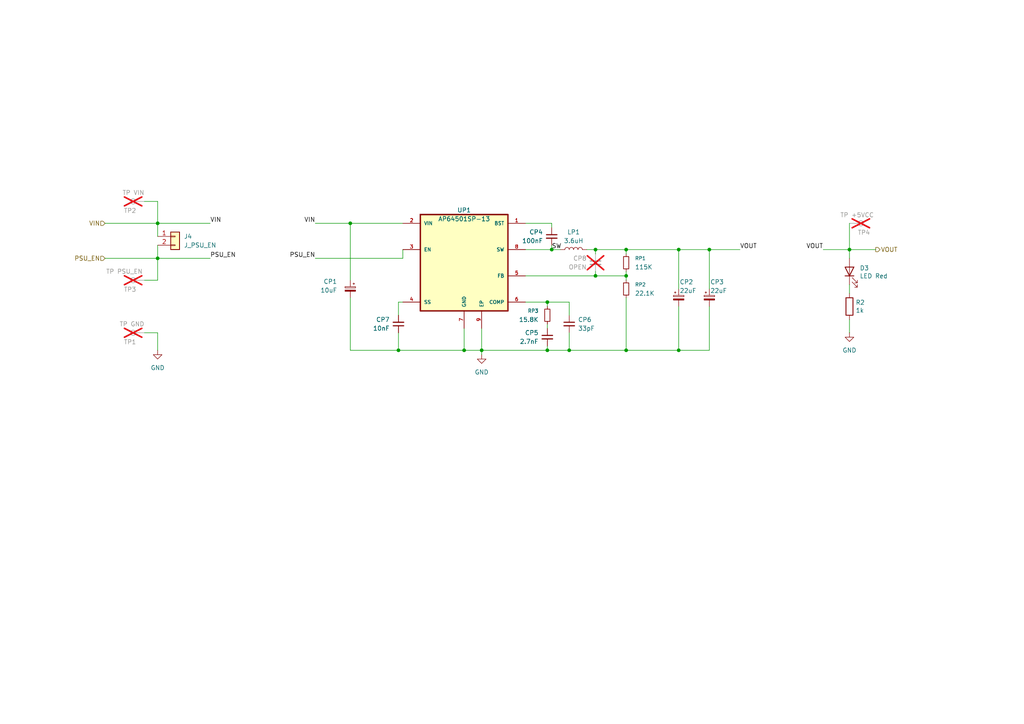
<source format=kicad_sch>
(kicad_sch (version 20250114) (generator "eeschema") (generator_version "9.0")
  (paper "A4")
  (lib_symbols
    (symbol "CM5IO:AP64501SP-13" (pin_names (offset 1.016))
      (property "Reference" "U" (at -12.192 14.732 0))
      (property "Value" "AP64501SP-13" (at -6.858 14.986 0))
      (symbol "AP64501SP-13_0_0"
        (rectangle (start -12.7 13.97) (end 12.7 -13.97) (stroke (width 0.41)) (fill (type background)))
        (pin input line (at -17.78 11.43 0) (length 5.08) (name "VIN") (number "2"))
        (pin bidirectional line (at -17.78 3.81 0) (length 5.08) (name "EN") (number "3"))
        (pin bidirectional line (at -17.78 -11.43 0) (length 5.08) (name "SS") (number "4"))
        (pin power_in line (at 0 -19.05 90) (length 5.08) (name "GND") (number "7"))
        (pin bidirectional line (at 5.08 -19.05 90) (length 5.08) (name "EP") (number "9"))
        (pin bidirectional line (at 17.78 11.43 180) (length 5.08) (name "BST") (number "1"))
        (pin bidirectional line (at 17.78 3.81 180) (length 5.08) (name "SW") (number "8"))
        (pin bidirectional line (at 17.78 -3.81 180) (length 5.08) (name "FB") (number "5"))
        (pin bidirectional line (at 17.78 -11.43 180) (length 5.08) (name "COMP") (number "6"))
      )
    )
    (symbol "Connector:TestPoint" (pin_numbers (hide yes)) (pin_names (offset 0.762) (hide yes))
      (property "Reference" "TP" (at 0 6.858 0))
      (property "Value" "TestPoint" (at 0 5.08 0))
      (symbol "TestPoint_0_1"
        (circle (center 0 3.302) (radius 0.762))
      )
      (symbol "TestPoint_1_1"
        (pin passive line (at 0 0 90) (length 2.54) (name "1") (number "1"))
      )
    )
    (symbol "Connector_Generic:Conn_01x02" (pin_names (offset 1.016) (hide yes))
      (property "Reference" "J" (at 0 2.54 0))
      (property "Value" "Conn_01x02" (at 0 -5.08 0))
      (symbol "Conn_01x02_1_1"
        (rectangle (start -1.27 1.27) (end 1.27 -3.81) (stroke (width 0.254)) (fill (type background)))
        (rectangle (start -1.27 0.127) (end 0 -0.127) (stroke (width 0.1524)))
        (rectangle (start -1.27 -2.413) (end 0 -2.667) (stroke (width 0.1524)))
        (pin passive line (at -5.08 0 0) (length 3.81) (name "Pin_1") (number "1"))
        (pin passive line (at -5.08 -2.54 0) (length 3.81) (name "Pin_2") (number "2"))
      )
    )
    (symbol "Device:C_Polarized_Small" (pin_numbers (hide yes)) (pin_names (offset 0.254) (hide yes))
      (property "Reference" "C" (at 0.254 1.778 0))
      (property "Value" "C_Polarized_Small" (at 0.254 -2.032 0))
      (symbol "C_Polarized_Small_0_1"
        (rectangle (start -1.524 0.6858) (end 1.524 0.3048))
        (rectangle (start -1.524 -0.3048) (end 1.524 -0.6858) (fill (type outline)))
        (polyline (pts (xy -1.27 1.524) (xy -0.762 1.524)))
        (polyline (pts (xy -1.016 1.27) (xy -1.016 1.778)))
      )
      (symbol "C_Polarized_Small_1_1"
        (pin passive line (at 0 2.54 270) (length 1.8542) (name "~") (number "1"))
        (pin passive line (at 0 -2.54 90) (length 1.8542) (name "~") (number "2"))
      )
    )
    (symbol "Device:C_Small" (pin_numbers (hide yes)) (pin_names (offset 0.254) (hide yes))
      (property "Reference" "C" (at 0.254 1.778 0))
      (property "Value" "C_Small" (at 0.254 -2.032 0))
      (symbol "C_Small_0_1"
        (polyline (pts (xy -1.524 0.508) (xy 1.524 0.508)) (stroke (width 0.3048)))
        (polyline (pts (xy -1.524 -0.508) (xy 1.524 -0.508)) (stroke (width 0.3302)))
      )
      (symbol "C_Small_1_1"
        (pin passive line (at 0 2.54 270) (length 2.032) (name "~") (number "1"))
        (pin passive line (at 0 -2.54 90) (length 2.032) (name "~") (number "2"))
      )
    )
    (symbol "Device:L" (pin_numbers (hide yes)) (pin_names (offset 1.016) (hide yes))
      (property "Reference" "L" (at -1.27 0 90))
      (property "Value" "L" (at 1.905 0 90))
      (symbol "L_0_1"
        (arc (start 0 2.54) (mid 0.6323 1.905) (end 0 1.27))
        (arc (start 0 1.27) (mid 0.6323 0.635) (end 0 0))
        (arc (start 0 0) (mid 0.6323 -0.635) (end 0 -1.27))
        (arc (start 0 -1.27) (mid 0.6323 -1.905) (end 0 -2.54))
      )
      (symbol "L_1_1"
        (pin passive line (at 0 3.81 270) (length 1.27) (name "1") (number "1"))
        (pin passive line (at 0 -3.81 90) (length 1.27) (name "2") (number "2"))
      )
    )
    (symbol "Device:R" (pin_numbers (hide yes)) (pin_names (offset 0))
      (property "Reference" "R" (at 2.032 0 90))
      (property "Value" "R" (at 0 0 90))
      (symbol "R_0_1"
        (rectangle (start -1.016 -2.54) (end 1.016 2.54) (stroke (width 0.254)))
      )
      (symbol "R_1_1"
        (pin passive line (at 0 3.81 270) (length 1.27) (name "~") (number "1"))
        (pin passive line (at 0 -3.81 90) (length 1.27) (name "~") (number "2"))
      )
    )
    (symbol "Device:R_Small" (pin_numbers (hide yes)) (pin_names (offset 0.254) (hide yes))
      (property "Reference" "R" (at 0 0 90))
      (property "Value" "R_Small" (at 1.778 0 90))
      (symbol "R_Small_0_1"
        (rectangle (start -0.762 1.778) (end 0.762 -1.778) (stroke (width 0.2032)))
      )
      (symbol "R_Small_1_1"
        (pin passive line (at 0 2.54 270) (length 0.762) (name "~") (number "1"))
        (pin passive line (at 0 -2.54 90) (length 0.762) (name "~") (number "2"))
      )
    )
    (symbol "LED_1" (pin_numbers (hide yes)) (pin_names (offset 1.016) (hide yes))
      (property "Reference" "D" (at 0 2.54 0))
      (property "Value" "LED" (at 0 -2.54 0))
      (symbol "LED_1_0_1"
        (polyline (pts (xy -3.048 -0.762) (xy -4.572 -2.286) (xy -3.81 -2.286) (xy -4.572 -2.286) (xy -4.572 -1.524)))
        (polyline (pts (xy -1.778 -0.762) (xy -3.302 -2.286) (xy -2.54 -2.286) (xy -3.302 -2.286) (xy -3.302 -1.524)))
        (polyline (pts (xy -1.27 0) (xy 1.27 0)))
        (polyline (pts (xy -1.27 -1.27) (xy -1.27 1.27)) (stroke (width 0.254)))
        (polyline (pts (xy 1.27 -1.27) (xy 1.27 1.27) (xy -1.27 0) (xy 1.27 -1.27)) (stroke (width 0.254)))
      )
      (symbol "LED_1_1_1"
        (pin passive line (at -3.81 0 0) (length 2.54) (name "K") (number "1"))
        (pin passive line (at 3.81 0 180) (length 2.54) (name "A") (number "2"))
      )
    )
    (symbol "power:GND" (power) (pin_numbers (hide yes)) (pin_names (offset 0) (hide yes))
      (property "Value" "GND" (at 0 -3.81 0))
      (symbol "GND_0_1"
        (polyline (pts (xy 0 0) (xy 0 -1.27) (xy 1.27 -1.27) (xy 0 -2.54) (xy -1.27 -1.27) (xy 0 -1.27)))
      )
      (symbol "GND_1_1"
        (pin power_in line (at 0 0 270) (length 0) (name "~") (number "1"))
      )
    )
  )
  (junction (at 134.62 101.6))
  (junction (at 45.72 74.93))
  (junction (at 165.1 101.6))
  (junction (at 196.85 72.39))
  (junction (at 246.38 72.39))
  (junction (at 172.72 80.01))
  (junction (at 158.75 87.63))
  (junction (at 205.74 72.39))
  (junction (at 172.72 72.39))
  (junction (at 196.85 101.6))
  (junction (at 139.7 101.6))
  (junction (at 160.02 72.39))
  (junction (at 101.6 64.77))
  (junction (at 181.61 101.6))
  (junction (at 158.75 101.6))
  (junction (at 115.57 101.6))
  (junction (at 181.61 80.01))
  (junction (at 181.61 72.39))
  (junction (at 45.72 64.77))
  (wire (pts (xy 246.38 64.77) (xy 246.38 72.39)))
  (wire (pts (xy 101.6 64.77) (xy 101.6 81.28)))
  (wire (pts (xy 160.02 64.77) (xy 160.02 66.04)))
  (wire (pts (xy 165.1 101.6) (xy 181.61 101.6)))
  (wire (pts (xy 41.91 96.52) (xy 45.72 96.52)))
  (wire (pts (xy 246.38 92.71) (xy 246.38 96.52)))
  (wire (pts (xy 152.4 72.39) (xy 160.02 72.39)))
  (wire (pts (xy 45.72 58.42) (xy 41.91 58.42)))
  (wire (pts (xy 45.72 64.77) (xy 60.96 64.77)))
  (wire (pts (xy 246.38 72.39) (xy 254 72.39)))
  (wire (pts (xy 170.18 72.39) (xy 172.72 72.39)))
  (wire (pts (xy 45.72 74.93) (xy 45.72 81.28)))
  (wire (pts (xy 45.72 74.93) (xy 60.96 74.93)))
  (wire (pts (xy 152.4 64.77) (xy 160.02 64.77)))
  (wire (pts (xy 91.44 64.77) (xy 101.6 64.77)))
  (wire (pts (xy 196.85 72.39) (xy 205.74 72.39)))
  (wire (pts (xy 45.72 96.52) (xy 45.72 101.6)))
  (wire (pts (xy 160.02 72.39) (xy 160.02 71.12)))
  (wire (pts (xy 246.38 82.55) (xy 246.38 85.09)))
  (wire (pts (xy 45.72 64.77) (xy 45.72 68.58)))
  (wire (pts (xy 181.61 86.36) (xy 181.61 101.6)))
  (wire (pts (xy 205.74 101.6) (xy 196.85 101.6)))
  (wire (pts (xy 160.02 72.39) (xy 162.56 72.39)))
  (wire (pts (xy 172.72 80.01) (xy 172.72 78.74)))
  (wire (pts (xy 238.76 72.39) (xy 246.38 72.39)))
  (wire (pts (xy 165.1 101.6) (xy 165.1 96.52)))
  (wire (pts (xy 158.75 87.63) (xy 158.75 88.9)))
  (wire (pts (xy 172.72 72.39) (xy 181.61 72.39)))
  (wire (pts (xy 158.75 93.98) (xy 158.75 95.25)))
  (wire (pts (xy 115.57 96.52) (xy 115.57 101.6)))
  (wire (pts (xy 116.84 74.93) (xy 116.84 72.39)))
  (wire (pts (xy 158.75 101.6) (xy 165.1 101.6)))
  (wire (pts (xy 41.91 81.28) (xy 45.72 81.28)))
  (wire (pts (xy 101.6 64.77) (xy 116.84 64.77)))
  (wire (pts (xy 116.84 87.63) (xy 115.57 87.63)))
  (wire (pts (xy 196.85 101.6) (xy 181.61 101.6)))
  (wire (pts (xy 30.48 64.77) (xy 45.72 64.77)))
  (wire (pts (xy 181.61 72.39) (xy 196.85 72.39)))
  (wire (pts (xy 181.61 80.01) (xy 181.61 81.28)))
  (wire (pts (xy 91.44 74.93) (xy 116.84 74.93)))
  (wire (pts (xy 158.75 87.63) (xy 165.1 87.63)))
  (wire (pts (xy 101.6 86.36) (xy 101.6 101.6)))
  (wire (pts (xy 139.7 101.6) (xy 139.7 102.87)))
  (wire (pts (xy 181.61 73.66) (xy 181.61 72.39)))
  (wire (pts (xy 152.4 80.01) (xy 172.72 80.01)))
  (wire (pts (xy 172.72 80.01) (xy 181.61 80.01)))
  (wire (pts (xy 172.72 72.39) (xy 172.72 73.66)))
  (wire (pts (xy 246.38 74.93) (xy 246.38 72.39)))
  (wire (pts (xy 196.85 83.82) (xy 196.85 72.39)))
  (wire (pts (xy 205.74 72.39) (xy 205.74 83.82)))
  (wire (pts (xy 101.6 101.6) (xy 115.57 101.6)))
  (wire (pts (xy 134.62 101.6) (xy 139.7 101.6)))
  (wire (pts (xy 134.62 95.25) (xy 134.62 101.6)))
  (wire (pts (xy 158.75 101.6) (xy 158.75 100.33)))
  (wire (pts (xy 139.7 95.25) (xy 139.7 101.6)))
  (wire (pts (xy 181.61 78.74) (xy 181.61 80.01)))
  (wire (pts (xy 158.75 101.6) (xy 139.7 101.6)))
  (wire (pts (xy 205.74 72.39) (xy 214.63 72.39)))
  (wire (pts (xy 45.72 58.42) (xy 45.72 64.77)))
  (wire (pts (xy 205.74 88.9) (xy 205.74 101.6)))
  (wire (pts (xy 115.57 87.63) (xy 115.57 91.44)))
  (wire (pts (xy 45.72 71.12) (xy 45.72 74.93)))
  (wire (pts (xy 196.85 88.9) (xy 196.85 101.6)))
  (wire (pts (xy 152.4 87.63) (xy 158.75 87.63)))
  (wire (pts (xy 165.1 91.44) (xy 165.1 87.63)))
  (wire (pts (xy 30.48 74.93) (xy 45.72 74.93)))
  (wire (pts (xy 115.57 101.6) (xy 134.62 101.6)))
  (label "SW" (at 160.02 72.39 0))
  (label "VIN" (at 60.96 64.77 0))
  (label "PSU_EN" (at 60.96 74.93 0))
  (label "VOUT" (at 238.76 72.39 180))
  (label "VOUT" (at 214.63 72.39 0))
  (label "PSU_EN" (at 91.44 74.93 180))
  (label "VIN" (at 91.44 64.77 180))
  (hierarchical_label "VIN" (shape input) (at 30.48 64.77 180))
  (hierarchical_label "PSU_EN" (shape input) (at 30.48 74.93 180))
  (hierarchical_label "VOUT" (shape output) (at 254 72.39 0))
  (symbol (lib_id "Device:L") (at 166.37 72.39 90) (unit 1)
    (property "Reference" "LP1" (at 166.37 67.31 90))
    (property "Value" "3.6uH" (at 166.37 69.85 90))
    (property "Footprint" "Inductor_SMD:L_Bourns-SRN8040_8x8.15mm" (effects (hide yes)))
    (property "Datasheet" "https://www.farnell.com/datasheets/3967996.pdf" (effects (hide yes)))
    (property "Description" "SRN8040HA-3R6M" (effects (hide yes)))
  )
  (symbol (lib_id "power:GND") (at 139.7 102.87 0) (unit 1)
    (property "Reference" "#PWR05" (effects (hide yes)))
    (property "Value" "GND" (at 139.7 107.95 0))
    (property "Description" "Power symbol creates a global label with name \"GND\" , ground" (effects (hide yes)))
  )
  (symbol (lib_id "Connector:TestPoint") (at 246.38 64.77 270) (unit 1) (in_bom no) (dnp yes)
    (property "Reference" "TP4" (at 248.7422 67.437 90) (effects (justify left)))
    (property "Value" "TP +5VCC" (at 243.6622 62.357 90) (effects (justify left)))
    (property "Footprint" "TestPoint:TestPoint_Pad_2.0x2.0mm" (effects (hide yes)))
    (property "Field4" "nf" (effects (hide yes)))
    (property "Field5" "nf" (effects (hide yes)))
    (property "Field6" "nf" (effects (hide yes)))
    (property "Field7" "nf" (effects (hide yes)))
    (property "Part Description" "Test point" (effects (hide yes)))
  )
  (symbol (lib_id "Connector_Generic:Conn_01x02") (at 50.8 68.58 0) (unit 1)
    (property "Reference" "J4" (at 53.34 68.5799 0) (effects (justify left)))
    (property "Value" "J_PSU_EN" (at 53.34 71.1199 0) (effects (justify left)))
    (property "Footprint" "Connector_PinHeader_2.54mm:PinHeader_1x02_P2.54mm_Vertical" (effects (hide yes)))
    (property "Description" "Generic connector, single row, 01x02, script generated (kicad-library-utils/schlib/autogen/connector/)" (effects (hide yes)))
  )
  (symbol (lib_id "Device:C_Polarized_Small") (at 196.85 86.36 0) (unit 1)
    (property "Reference" "CP2" (at 197.104 81.788 0) (effects (justify left)))
    (property "Value" "22uF" (at 197.104 84.328 0) (effects (justify left)))
    (property "Footprint" "Capacitor_Tantalum_SMD:CP_EIA-3528-21_Kemet-B_HandSolder" (effects (hide yes)))
    (property "Description" "Tantalum, Kemet-B, 22uF@10V min." (effects (hide yes)))
  )
  (symbol (lib_id "Connector:TestPoint") (at 41.91 96.52 90) (mirror x) (unit 1) (in_bom no) (dnp yes)
    (property "Reference" "TP1" (at 39.5478 99.187 90) (effects (justify left)))
    (property "Value" "TP GND" (at 41.91 93.98 90) (effects (justify left)))
    (property "Footprint" "TestPoint:TestPoint_Pad_2.0x2.0mm" (effects (hide yes)))
    (property "Field4" "nf" (effects (hide yes)))
    (property "Field5" "nf" (effects (hide yes)))
    (property "Field6" "nf" (effects (hide yes)))
    (property "Field7" "nf" (effects (hide yes)))
    (property "Part Description" "Test point" (effects (hide yes)))
  )
  (symbol (lib_id "Device:C_Small") (at 115.57 93.98 0) (mirror x) (unit 1)
    (property "Reference" "CP7" (at 113.03 92.7035 0) (effects (justify right)))
    (property "Value" "10nF" (at 113.03 95.2435 0) (effects (justify right)))
    (property "Footprint" "Capacitor_SMD:C_0805_2012Metric_Pad1.18x1.45mm_HandSolder" (effects (hide yes)))
    (property "Description" "Unpolarized capacitor, small symbol" (effects (hide yes)))
  )
  (symbol (lib_id "Device:R_Small") (at 181.61 76.2 0) (unit 1)
    (property "Reference" "RP1" (at 184.15 74.9299 0) (effects (font (size 1.016 1.016)) (justify left)))
    (property "Value" "115K" (at 184.15 77.4699 0) (effects (justify left)))
    (property "Footprint" "Resistor_SMD:R_0805_2012Metric_Pad1.20x1.40mm_HandSolder" (effects (hide yes)))
    (property "Description" "Resistor, small symbol" (effects (hide yes)))
  )
  (symbol (lib_id "Device:C_Small") (at 165.1 93.98 0) (unit 1)
    (property "Reference" "CP6" (at 167.64 92.7162 0) (effects (justify left)))
    (property "Value" "33pF" (at 167.64 95.2562 0) (effects (justify left)))
    (property "Footprint" "Capacitor_SMD:C_0805_2012Metric_Pad1.18x1.45mm_HandSolder" (effects (hide yes)))
    (property "Description" "Unpolarized capacitor, small symbol" (effects (hide yes)))
  )
  (symbol (lib_id "Device:C_Polarized_Small") (at 101.6 83.82 0) (mirror y) (unit 1)
    (property "Reference" "CP1" (at 97.79 81.6609 0) (effects (justify left)))
    (property "Value" "10uF" (at 97.79 84.2009 0) (effects (justify left)))
    (property "Footprint" "Capacitor_Tantalum_SMD:CP_EIA-3528-21_Kemet-B_HandSolder" (effects (hide yes)))
    (property "Description" "Tantalum, Kemet-B, 10uF@25V min." (effects (hide yes)))
  )
  (symbol (lib_id "power:GND") (at 246.38 96.52 0) (unit 1)
    (property "Reference" "#PWR06" (effects (hide yes)))
    (property "Value" "GND" (at 246.38 101.6 0))
    (property "Description" "Power symbol creates a global label with name \"GND\" , ground" (effects (hide yes)))
  )
  (symbol (lib_name "LED_1") (lib_id "Device:LED") (at 246.38 78.74 90) (unit 1)
    (property "Reference" "D3" (at 249.3518 77.7494 90) (effects (justify right)))
    (property "Value" "LED Red" (at 249.3518 80.0608 90) (effects (justify right)))
    (property "Footprint" "LED_SMD:LED_0603_1608Metric" (effects (hide yes)))
    (property "Datasheet" "http://optoelectronics.liteon.com/upload/download/DS22-2000-210/LTST-S270KRKT.pdf" (effects (hide yes)))
    (property "Field4" "Digikey " (effects (hide yes)))
    (property "Field5" "	LTST-S270KRKT" (effects (hide yes)))
    (property "Field6" "SML-A12U8TT86Q" (effects (hide yes)))
    (property "Field7" "Rohm" (effects (hide yes)))
    (property "Field8" "650295101" (effects (hide yes)))
    (property "Part Description" "	Red 620nm LED Indication - Discrete 2.2V 2-SMD, No Lead" (effects (hide yes)))
  )
  (symbol (lib_id "Device:C_Polarized_Small") (at 205.74 86.36 0) (unit 1)
    (property "Reference" "CP3" (at 205.994 81.788 0) (effects (justify left)))
    (property "Value" "22uF" (at 205.994 84.328 0) (effects (justify left)))
    (property "Footprint" "Capacitor_Tantalum_SMD:CP_EIA-3528-21_Kemet-B_HandSolder" (effects (hide yes)))
    (property "Description" "Tantalum, Kemet-B, 22uF@10V min." (effects (hide yes)))
  )
  (symbol (lib_id "CM5IO:AP64501SP-13") (at 134.62 76.2 0) (unit 1)
    (property "Reference" "UP1" (at 134.62 60.96 0))
    (property "Value" "AP64501SP-13" (at 134.62 63.5 0))
    (property "Footprint" "CM5IO:SOP_AP64501SP-13_DIO" (effects (hide yes)))
    (property "MF" "Diodes Incorporated" (effects (hide yes)))
    (property "Description_1" "Buck Switching Regulator IC Positive Adjustable 0.8V 1 Output 5A 8-SOIC (0.154, 3.90mm Width) Exposed Pad" (effects (hide yes)))
    (property "Package" "SOIC-8 Diodes Incorporated" (effects (hide yes)))
    (property "Price" "None" (effects (hide yes)))
    (property "Check_prices" "https://www.snapeda.com/parts/AP64501SP-13/Diodes+Inc./view-part/?ref=eda" (effects (hide yes)))
    (property "SnapEDA_Link" "https://www.snapeda.com/parts/AP64501SP-13/Diodes+Inc./view-part/?ref=snap" (effects (hide yes)))
    (property "MP" "AP64501SP-13" (effects (hide yes)))
    (property "Availability" "In Stock" (effects (hide yes)))
    (property "Manufacturer" "Diodes Incorporated" (effects (hide yes)))
  )
  (symbol (lib_id "power:GND") (at 45.72 101.6 0) (unit 1)
    (property "Reference" "#PWR08" (effects (hide yes)))
    (property "Value" "GND" (at 45.72 106.68 0))
    (property "Description" "Power symbol creates a global label with name \"GND\" , ground" (effects (hide yes)))
  )
  (symbol (lib_id "Device:R") (at 246.38 88.9 0) (unit 1)
    (property "Reference" "R2" (at 248.158 87.7316 0) (effects (justify left)))
    (property "Value" "1k" (at 248.158 90.043 0) (effects (justify left)))
    (property "Footprint" "Resistor_SMD:R_0402_1005Metric" (effects (hide yes)))
    (property "Datasheet" "https://fscdn.rohm.com/en/products/databook/datasheet/passive/resistor/chip_resistor/mcr-e.pdf" (effects (hide yes)))
    (property "Field4" "Farnell" (effects (hide yes)))
    (property "Field5" "9239235" (effects (hide yes)))
    (property "Field7" "KOA EUROPE GMBH" (effects (hide yes)))
    (property "Field6" "RK73H1ETTP1001F" (effects (hide yes)))
    (property "Part Description" "Resistor 1K M1005 1% 63mW" (effects (hide yes)))
    (property "Field8" "125049511" (effects (hide yes)))
  )
  (symbol (lib_id "Connector:TestPoint") (at 41.91 58.42 90) (mirror x) (unit 1) (in_bom no) (dnp yes)
    (property "Reference" "TP2" (at 39.5478 61.087 90) (effects (justify left)))
    (property "Value" "TP VIN" (at 41.91 55.88 90) (effects (justify left)))
    (property "Footprint" "TestPoint:TestPoint_Pad_2.0x2.0mm" (effects (hide yes)))
    (property "Field4" "nf" (effects (hide yes)))
    (property "Field5" "nf" (effects (hide yes)))
    (property "Field6" "nf" (effects (hide yes)))
    (property "Field7" "nf" (effects (hide yes)))
    (property "Part Description" "Test point" (effects (hide yes)))
  )
  (symbol (lib_id "Device:C_Small") (at 160.02 68.58 0) (mirror y) (unit 1)
    (property "Reference" "CP4" (at 157.48 67.3162 0) (effects (justify left)))
    (property "Value" "100nF" (at 157.48 69.8562 0) (effects (justify left)))
    (property "Footprint" "Capacitor_SMD:C_0805_2012Metric_Pad1.18x1.45mm_HandSolder" (effects (hide yes)))
    (property "Description" "Unpolarized capacitor, small symbol" (effects (hide yes)))
  )
  (symbol (lib_id "Device:C_Small") (at 172.72 76.2 0) (mirror y) (unit 1) (exclude_from_sim yes) (dnp yes)
    (property "Reference" "CP8" (at 170.18 74.9362 0) (effects (justify left)))
    (property "Value" "OPEN" (at 170.18 77.4762 0) (effects (justify left)))
    (property "Footprint" "Capacitor_SMD:C_0805_2012Metric_Pad1.18x1.45mm_HandSolder" (effects (hide yes)))
    (property "Description" "Unpolarized capacitor, small symbol" (effects (hide yes)))
  )
  (symbol (lib_id "Device:R_Small") (at 181.61 83.82 0) (unit 1)
    (property "Reference" "RP2" (at 184.15 82.5499 0) (effects (font (size 1.016 1.016)) (justify left)))
    (property "Value" "22.1K" (at 184.15 85.0899 0) (effects (justify left)))
    (property "Footprint" "Resistor_SMD:R_0805_2012Metric_Pad1.20x1.40mm_HandSolder" (effects (hide yes)))
    (property "Description" "Resistor, small symbol" (effects (hide yes)))
  )
  (symbol (lib_id "Device:R_Small") (at 158.75 91.44 0) (mirror y) (unit 1)
    (property "Reference" "RP3" (at 156.21 90.1699 0) (effects (font (size 1.016 1.016)) (justify left)))
    (property "Value" "15.8K" (at 156.21 92.7099 0) (effects (justify left)))
    (property "Footprint" "Resistor_SMD:R_0805_2012Metric_Pad1.20x1.40mm_HandSolder" (effects (hide yes)))
    (property "Description" "Resistor, small symbol" (effects (hide yes)))
  )
  (symbol (lib_id "Device:C_Small") (at 158.75 97.79 0) (mirror y) (unit 1)
    (property "Reference" "CP5" (at 156.21 96.5262 0) (effects (justify left)))
    (property "Value" "2.7nF" (at 156.21 99.0662 0) (effects (justify left)))
    (property "Footprint" "Capacitor_SMD:C_0805_2012Metric_Pad1.18x1.45mm_HandSolder" (effects (hide yes)))
    (property "Description" "Unpolarized capacitor, small symbol" (effects (hide yes)))
  )
  (symbol (lib_id "Connector:TestPoint") (at 41.91 81.28 90) (mirror x) (unit 1) (in_bom no) (dnp yes)
    (property "Reference" "TP3" (at 39.5478 83.947 90) (effects (justify left)))
    (property "Value" "TP PSU_EN" (at 41.402 78.74 90) (effects (justify left)))
    (property "Footprint" "TestPoint:TestPoint_Pad_2.0x2.0mm" (effects (hide yes)))
    (property "Field4" "nf" (effects (hide yes)))
    (property "Field5" "nf" (effects (hide yes)))
    (property "Field6" "nf" (effects (hide yes)))
    (property "Field7" "nf" (effects (hide yes)))
    (property "Part Description" "Test point" (effects (hide yes)))
  )
)
</source>
